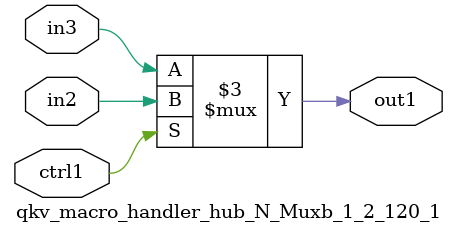
<source format=v>

`timescale 1ps / 1ps


module qkv_macro_handler_hub_N_Muxb_1_2_120_1( in3, in2, ctrl1, out1 );

    input in3;
    input in2;
    input ctrl1;
    output out1;
    reg out1;

    
    // rtl_process:qkv_macro_handler_hub_N_Muxb_1_2_120_1/qkv_macro_handler_hub_N_Muxb_1_2_120_1_thread_1
    always @*
      begin : qkv_macro_handler_hub_N_Muxb_1_2_120_1_thread_1
        case (ctrl1) 
          1'b1: 
            begin
              out1 = in2;
            end
          default: 
            begin
              out1 = in3;
            end
        endcase
      end

endmodule



</source>
